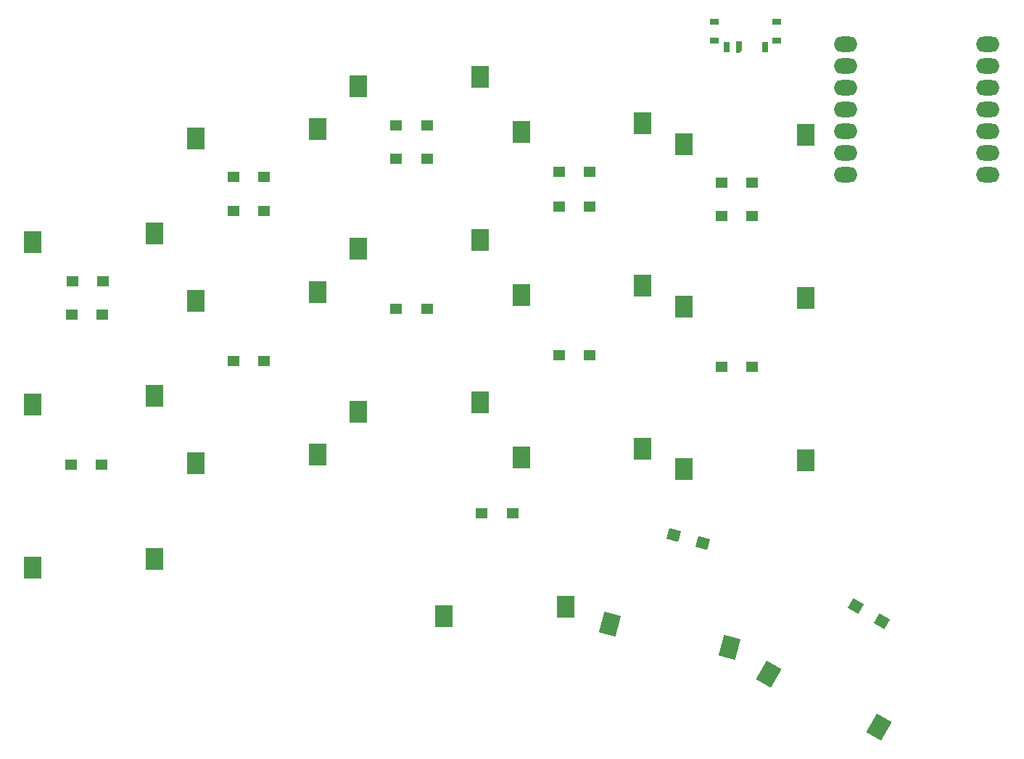
<source format=gtp>
%TF.GenerationSoftware,KiCad,Pcbnew,8.0.5*%
%TF.CreationDate,2024-10-08T17:17:09+03:00*%
%TF.ProjectId,1_3AS,315f3341-532e-46b6-9963-61645f706362,rev?*%
%TF.SameCoordinates,Original*%
%TF.FileFunction,Paste,Top*%
%TF.FilePolarity,Positive*%
%FSLAX46Y46*%
G04 Gerber Fmt 4.6, Leading zero omitted, Abs format (unit mm)*
G04 Created by KiCad (PCBNEW 8.0.5) date 2024-10-08 17:17:09*
%MOMM*%
%LPD*%
G01*
G04 APERTURE LIST*
G04 Aperture macros list*
%AMRotRect*
0 Rectangle, with rotation*
0 The origin of the aperture is its center*
0 $1 length*
0 $2 width*
0 $3 Rotation angle, in degrees counterclockwise*
0 Add horizontal line*
21,1,$1,$2,0,0,$3*%
%AMOutline5P*
0 Free polygon, 5 corners , with rotation*
0 The origin of the aperture is its center*
0 number of corners: always 5*
0 $1 to $10 corner X, Y*
0 $11 Rotation angle, in degrees counterclockwise*
0 create outline with 5 corners*
4,1,5,$1,$2,$3,$4,$5,$6,$7,$8,$9,$10,$1,$2,$11*%
%AMOutline6P*
0 Free polygon, 6 corners , with rotation*
0 The origin of the aperture is its center*
0 number of corners: always 6*
0 $1 to $12 corner X, Y*
0 $13 Rotation angle, in degrees counterclockwise*
0 create outline with 6 corners*
4,1,6,$1,$2,$3,$4,$5,$6,$7,$8,$9,$10,$11,$12,$1,$2,$13*%
%AMOutline7P*
0 Free polygon, 7 corners , with rotation*
0 The origin of the aperture is its center*
0 number of corners: always 7*
0 $1 to $14 corner X, Y*
0 $15 Rotation angle, in degrees counterclockwise*
0 create outline with 7 corners*
4,1,7,$1,$2,$3,$4,$5,$6,$7,$8,$9,$10,$11,$12,$13,$14,$1,$2,$15*%
%AMOutline8P*
0 Free polygon, 8 corners , with rotation*
0 The origin of the aperture is its center*
0 number of corners: always 8*
0 $1 to $16 corner X, Y*
0 $17 Rotation angle, in degrees counterclockwise*
0 create outline with 8 corners*
4,1,8,$1,$2,$3,$4,$5,$6,$7,$8,$9,$10,$11,$12,$13,$14,$15,$16,$1,$2,$17*%
G04 Aperture macros list end*
%ADD10RotRect,2.000000X2.500000X330.000000*%
%ADD11R,2.000000X2.500000*%
%ADD12RotRect,2.000000X2.500000X345.000000*%
%ADD13RotRect,1.425000X1.300000X165.000000*%
%ADD14R,1.425000X1.300000*%
%ADD15RotRect,1.425000X1.300000X150.000000*%
%ADD16O,2.750000X1.800000*%
%ADD17R,1.000000X0.800000*%
%ADD18R,0.700000X1.280000*%
%ADD19Outline5P,-0.350000X0.640000X0.350000X0.640000X0.350000X-0.360000X0.070000X-0.640000X-0.350000X-0.640000X0.000000*%
G04 APERTURE END LIST*
D10*
X183232906Y-132298819D03*
X196055467Y-138489492D03*
D11*
X116300000Y-88690970D03*
X130500000Y-87640970D03*
D12*
X164658126Y-126472581D03*
X178646033Y-129133590D03*
D11*
X97300000Y-81840970D03*
X111500000Y-80790970D03*
X154300000Y-68990970D03*
X168500000Y-67940970D03*
X116300000Y-107690970D03*
X130500000Y-106640970D03*
X173300000Y-89365970D03*
X187500000Y-88315970D03*
X173300000Y-70365970D03*
X187500000Y-69315970D03*
X154300000Y-106990970D03*
X168500000Y-105940970D03*
X154300000Y-87990970D03*
X168500000Y-86940970D03*
X116300000Y-69690970D03*
X130500000Y-68640970D03*
X173300000Y-108365970D03*
X187500000Y-107315970D03*
X97300000Y-100840970D03*
X111500000Y-99790970D03*
X135300000Y-63615970D03*
X149500000Y-62565970D03*
X145300000Y-125490700D03*
X159500000Y-124440700D03*
X135300000Y-101615970D03*
X149500000Y-100565970D03*
X97300000Y-119840970D03*
X111500000Y-118790970D03*
X135300000Y-82615970D03*
X149500000Y-81565970D03*
D13*
X175526592Y-116962639D03*
X172073408Y-116037361D03*
D14*
X181287500Y-96400000D03*
X177712500Y-96400000D03*
D15*
X196448020Y-126093750D03*
X193351980Y-124306250D03*
D14*
X153287500Y-113500000D03*
X149712500Y-113500000D03*
X105487500Y-86400000D03*
X101912500Y-86400000D03*
X105419500Y-90297000D03*
X101844500Y-90297000D03*
X162287500Y-95000000D03*
X158712500Y-95000000D03*
X181287500Y-74900000D03*
X177712500Y-74900000D03*
X181287500Y-78800000D03*
X177712500Y-78800000D03*
X143287500Y-68200000D03*
X139712500Y-68200000D03*
X143287500Y-72100000D03*
X139712500Y-72100000D03*
D16*
X208794960Y-58696046D03*
X208794960Y-61236046D03*
X208794960Y-63776046D03*
X208794960Y-66316046D03*
X208794960Y-68856046D03*
X208794960Y-71396046D03*
X208794960Y-73936046D03*
X192205040Y-73936046D03*
X192205040Y-71396046D03*
X192205040Y-68856046D03*
X192205040Y-66316046D03*
X192205040Y-63776046D03*
X192205040Y-61236046D03*
X192205040Y-58696046D03*
D14*
X162287500Y-73600000D03*
X158712500Y-73600000D03*
X124287500Y-74200000D03*
X120712500Y-74200000D03*
X143287500Y-89600000D03*
X139712500Y-89600000D03*
X162287500Y-77700000D03*
X158712500Y-77700000D03*
D17*
X184150000Y-58300970D03*
X184150000Y-56080970D03*
X176850000Y-58300970D03*
X176850000Y-56080970D03*
D18*
X182750000Y-59060970D03*
D19*
X179750000Y-59060970D03*
D18*
X178250000Y-59060970D03*
D14*
X124287500Y-78200000D03*
X120712500Y-78200000D03*
X124287500Y-95700000D03*
X120712500Y-95700000D03*
X105287500Y-107800000D03*
X101712500Y-107800000D03*
M02*

</source>
